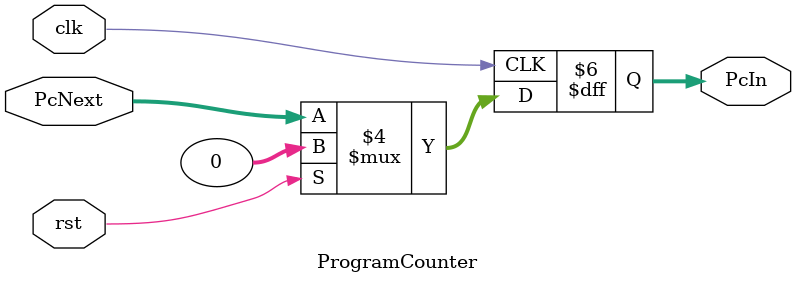
<source format=v>
`timescale 1ns/1ns

module ProgramCounter(clk, rst, PcNext, PcIn);

	input clk, rst;
	input [31:0] PcNext;
	output reg [31:0] PcIn;
	
	always @(posedge clk) 
      begin
		if (rst == 1) 
		    PcIn = 0;		    
		else 
		    PcIn = PcNext;

	end
endmodule
</source>
